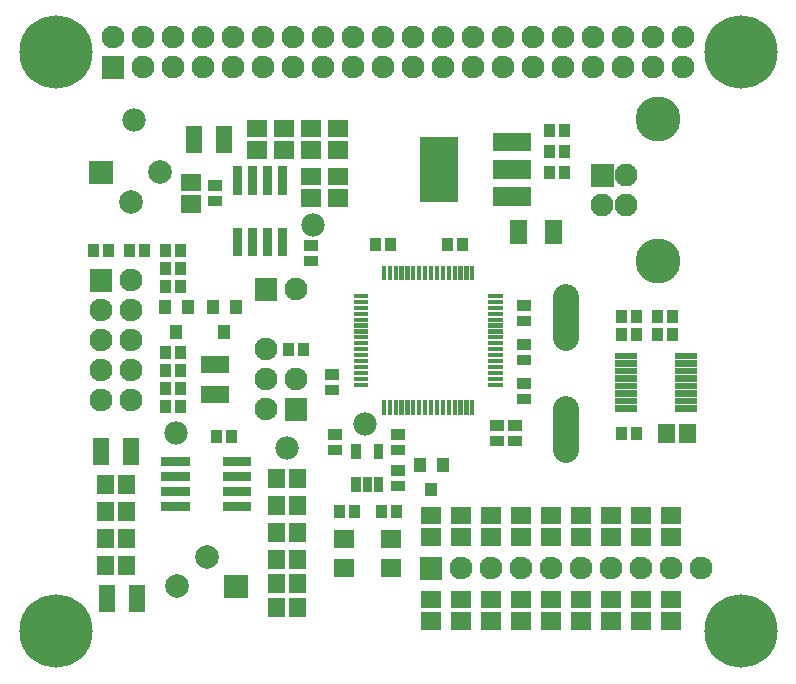
<source format=gbr>
G04 start of page 9 for group -4063 idx -4063 *
G04 Title: MMDVM_pog, componentmask *
G04 Creator: pcb v4.0.0-ga246c150 *
G04 CreationDate: Wed Apr 26 20:29:48 2017 UTC *
G04 For: wojtek *
G04 Format: Gerber/RS-274X *
G04 PCB-Dimensions (mm): 66.29 58.42 *
G04 PCB-Coordinate-Origin: lower left *
%MOMM*%
%FSLAX43Y43*%
%LNTOPMASK*%
%ADD100C,2.203*%
%ADD99C,1.981*%
%ADD98C,6.200*%
%ADD97C,3.800*%
%ADD96C,1.950*%
%ADD95C,2.000*%
%ADD94C,1.930*%
%ADD93C,0.002*%
G54D93*G36*
X34923Y10269D02*Y8339D01*
X36853D01*
Y10269D01*
X34923D01*
G37*
G54D94*X38428Y9304D03*
G54D95*X16878Y10280D03*
G54D93*G36*
X18378Y8780D02*Y6780D01*
X20378D01*
Y8780D01*
X18378D01*
G37*
G54D95*X14378Y7780D03*
G54D94*X40968Y9304D03*
X43508D03*
X46048D03*
X48588D03*
X51128D03*
X53668D03*
X56208D03*
X58748D03*
G54D93*G36*
X6983Y34653D02*Y32723D01*
X8913D01*
Y34653D01*
X6983D01*
G37*
G54D94*X10488Y33688D03*
X7948Y31148D03*
X10488D03*
X7948Y28608D03*
Y26068D03*
Y23528D03*
X10488Y28608D03*
Y26068D03*
Y23528D03*
G54D95*X10448Y40332D03*
G54D93*G36*
X6948Y43832D02*Y41832D01*
X8948D01*
Y43832D01*
X6948D01*
G37*
G54D95*X12948Y42832D03*
G54D93*G36*
X23493Y23731D02*Y21801D01*
X25423D01*
Y23731D01*
X23493D01*
G37*
G54D94*X21918Y22766D03*
X24458Y25306D03*
X21918D03*
Y27846D03*
G54D93*G36*
X20953Y33891D02*Y31961D01*
X22883D01*
Y33891D01*
X20953D01*
G37*
G54D94*X24458Y32926D03*
G54D93*G36*
X49391Y43553D02*Y41603D01*
X51341D01*
Y43553D01*
X49391D01*
G37*
G54D96*X50366Y40078D03*
X52366D03*
G54D97*X55066Y35328D03*
G54D96*X52366Y42578D03*
G54D97*X55066Y47328D03*
G54D93*G36*
X7999Y52687D02*Y50757D01*
X9929D01*
Y52687D01*
X7999D01*
G37*
G54D94*X8964Y54262D03*
X11504Y51722D03*
Y54262D03*
X14044Y51722D03*
Y54262D03*
X16584Y51722D03*
Y54262D03*
X19124Y51722D03*
Y54262D03*
X21664Y51722D03*
X24204D03*
X26744D03*
X21664Y54262D03*
X24204D03*
X26744D03*
X29284D03*
X31824D03*
X34364D03*
X29284Y51722D03*
X31824D03*
X34364D03*
X36904D03*
Y54262D03*
X39444Y51722D03*
X41984D03*
X44524D03*
X39444Y54262D03*
X41984D03*
X44524D03*
X47064D03*
X49604D03*
X52144D03*
X47064Y51722D03*
X49604D03*
X52144D03*
X54684D03*
Y54262D03*
X57224D03*
Y51722D03*
G54D98*X62094Y3992D03*
Y52992D03*
X4094Y3992D03*
Y52992D03*
G54D93*G36*
X19463Y21056D02*X18561D01*
Y19904D01*
X19463D01*
Y21056D01*
G37*
G54D99*X23696Y19464D03*
G54D93*G36*
X18163Y21056D02*X17261D01*
Y19904D01*
X18163D01*
Y21056D01*
G37*
G54D99*X14298Y20734D03*
G54D93*G36*
X13028Y18702D02*Y17940D01*
X15441D01*
Y18702D01*
X13028D01*
G37*
G36*
X8646Y20366D02*X7250D01*
Y18054D01*
X8646D01*
Y20366D01*
G37*
G36*
X11186D02*X9790D01*
Y18054D01*
X11186D01*
Y20366D01*
G37*
G36*
X13028Y17432D02*Y16670D01*
X15441D01*
Y17432D01*
X13028D01*
G37*
G36*
Y16162D02*Y15400D01*
X15441D01*
Y16162D01*
X13028D01*
G37*
G36*
Y14892D02*Y14130D01*
X15441D01*
Y14892D01*
X13028D01*
G37*
G36*
X18235D02*Y14130D01*
X20648D01*
Y14892D01*
X18235D01*
G37*
G36*
Y16162D02*Y15400D01*
X20648D01*
Y16162D01*
X18235D01*
G37*
G36*
Y17432D02*Y16670D01*
X20648D01*
Y17432D01*
X18235D01*
G37*
G36*
Y18702D02*Y17940D01*
X20648D01*
Y18702D01*
X18235D01*
G37*
G36*
X9044Y14956D02*X7592D01*
Y13304D01*
X9044D01*
Y14956D01*
G37*
G36*
X10844D02*X9392D01*
Y13304D01*
X10844D01*
Y14956D01*
G37*
G36*
Y12670D02*X9392D01*
Y11018D01*
X10844D01*
Y12670D01*
G37*
G36*
X9044D02*X7592D01*
Y11018D01*
X9044D01*
Y12670D01*
G37*
G36*
X10844Y17242D02*X9392D01*
Y15590D01*
X10844D01*
Y17242D01*
G37*
G36*
X9044D02*X7592D01*
Y15590D01*
X9044D01*
Y17242D01*
G37*
G36*
X10844Y10384D02*X9392D01*
Y8732D01*
X10844D01*
Y10384D01*
G37*
G36*
X11694Y7920D02*X10298D01*
Y5608D01*
X11694D01*
Y7920D01*
G37*
G36*
X9044Y10384D02*X7592D01*
Y8732D01*
X9044D01*
Y10384D01*
G37*
G36*
X9154Y7920D02*X7758D01*
Y5608D01*
X9154D01*
Y7920D01*
G37*
G36*
X25559Y28422D02*X24657D01*
Y27270D01*
X25559D01*
Y28422D01*
G37*
G36*
X24259D02*X23357D01*
Y27270D01*
X24259D01*
Y28422D01*
G37*
G36*
X29326Y28036D02*Y27680D01*
X30545D01*
Y28036D01*
X29326D01*
G37*
G36*
Y27536D02*Y27180D01*
X30545D01*
Y27536D01*
X29326D01*
G37*
G36*
Y27036D02*Y26680D01*
X30545D01*
Y27036D01*
X29326D01*
G37*
G36*
Y26536D02*Y26180D01*
X30545D01*
Y26536D01*
X29326D01*
G37*
G36*
Y26036D02*Y25680D01*
X30545D01*
Y26036D01*
X29326D01*
G37*
G36*
Y25536D02*Y25180D01*
X30545D01*
Y25536D01*
X29326D01*
G37*
G36*
Y25036D02*Y24680D01*
X30545D01*
Y25036D01*
X29326D01*
G37*
G36*
X26930Y26153D02*Y25251D01*
X28082D01*
Y26153D01*
X26930D01*
G37*
G36*
Y24853D02*Y23951D01*
X28082D01*
Y24853D01*
X26930D01*
G37*
G54D99*X30300Y21496D03*
G54D93*G36*
X29938Y19866D02*X29138D01*
Y18566D01*
X29938D01*
Y19866D01*
G37*
G36*
X31838D02*X31038D01*
Y18566D01*
X31838D01*
Y19866D01*
G37*
G36*
X27184Y19773D02*Y18871D01*
X28336D01*
Y19773D01*
X27184D01*
G37*
G36*
Y21073D02*Y20171D01*
X28336D01*
Y21073D01*
X27184D01*
G37*
G36*
X32062Y23519D02*X31706D01*
Y22300D01*
X32062D01*
Y23519D01*
G37*
G36*
X32562D02*X32206D01*
Y22300D01*
X32562D01*
Y23519D01*
G37*
G36*
X29938Y17066D02*X29138D01*
Y15766D01*
X29938D01*
Y17066D01*
G37*
G36*
X30888D02*X30088D01*
Y15766D01*
X30888D01*
Y17066D01*
G37*
G36*
X31838D02*X31038D01*
Y15766D01*
X31838D01*
Y17066D01*
G37*
G36*
X25322Y17750D02*X23870D01*
Y16098D01*
X25322D01*
Y17750D01*
G37*
G36*
Y15464D02*X23870D01*
Y13812D01*
X25322D01*
Y15464D01*
G37*
G36*
Y10892D02*X23870D01*
Y9240D01*
X25322D01*
Y10892D01*
G37*
G36*
Y6828D02*X23870D01*
Y5176D01*
X25322D01*
Y6828D01*
G37*
G36*
Y8860D02*X23870D01*
Y7208D01*
X25322D01*
Y8860D01*
G37*
G36*
Y13178D02*X23870D01*
Y11526D01*
X25322D01*
Y13178D01*
G37*
G36*
X23522Y17750D02*X22070D01*
Y16098D01*
X23522D01*
Y17750D01*
G37*
G36*
Y15464D02*X22070D01*
Y13812D01*
X23522D01*
Y15464D01*
G37*
G36*
Y10892D02*X22070D01*
Y9240D01*
X23522D01*
Y10892D01*
G37*
G36*
Y6828D02*X22070D01*
Y5176D01*
X23522D01*
Y6828D01*
G37*
G36*
Y8860D02*X22070D01*
Y7208D01*
X23522D01*
Y8860D01*
G37*
G36*
Y13178D02*X22070D01*
Y11526D01*
X23522D01*
Y13178D01*
G37*
G36*
X16444Y24734D02*Y23338D01*
X18756D01*
Y24734D01*
X16444D01*
G37*
G36*
Y27274D02*Y25878D01*
X18756D01*
Y27274D01*
X16444D01*
G37*
G36*
X18895Y29903D02*X17879D01*
Y28735D01*
X18895D01*
Y29903D01*
G37*
G36*
X15145Y23596D02*X14243D01*
Y22444D01*
X15145D01*
Y23596D01*
G37*
G36*
X13845D02*X12943D01*
Y22444D01*
X13845D01*
Y23596D01*
G37*
G36*
Y25120D02*X12943D01*
Y23968D01*
X13845D01*
Y25120D01*
G37*
G36*
X15145D02*X14243D01*
Y23968D01*
X15145D01*
Y25120D01*
G37*
G36*
X13845Y28168D02*X12943D01*
Y27016D01*
X13845D01*
Y28168D01*
G37*
G36*
X15145Y26644D02*X14243D01*
Y25492D01*
X15145D01*
Y26644D01*
G37*
G36*
X13845D02*X12943D01*
Y25492D01*
X13845D01*
Y26644D01*
G37*
G36*
X15145Y28168D02*X14243D01*
Y27016D01*
X15145D01*
Y28168D01*
G37*
G36*
X14831Y29903D02*X13815D01*
Y28735D01*
X14831D01*
Y29903D01*
G37*
G36*
X22616Y47252D02*Y45800D01*
X24268D01*
Y47252D01*
X22616D01*
G37*
G36*
Y45452D02*Y44000D01*
X24268D01*
Y45452D01*
X22616D01*
G37*
G36*
X20330Y47252D02*Y45800D01*
X21982D01*
Y47252D01*
X20330D01*
G37*
G36*
Y45452D02*Y44000D01*
X21982D01*
Y45452D01*
X20330D01*
G37*
G36*
X24902Y41388D02*Y39936D01*
X26554D01*
Y41388D01*
X24902D01*
G37*
G36*
Y43188D02*Y41736D01*
X26554D01*
Y43188D01*
X24902D01*
G37*
G36*
Y47252D02*Y45800D01*
X26554D01*
Y47252D01*
X24902D01*
G37*
G36*
Y45452D02*Y44000D01*
X26554D01*
Y45452D01*
X24902D01*
G37*
G36*
X27188Y47252D02*Y45800D01*
X28840D01*
Y47252D01*
X27188D01*
G37*
G36*
Y45452D02*Y44000D01*
X28840D01*
Y45452D01*
X27188D01*
G37*
G36*
X23696Y43340D02*X22934D01*
Y40927D01*
X23696D01*
Y43340D01*
G37*
G36*
X22426D02*X21664D01*
Y40927D01*
X22426D01*
Y43340D01*
G37*
G36*
X21156D02*X20394D01*
Y40927D01*
X21156D01*
Y43340D01*
G37*
G36*
X19060Y46782D02*X17664D01*
Y44470D01*
X19060D01*
Y46782D01*
G37*
G36*
X16520D02*X15124D01*
Y44470D01*
X16520D01*
Y46782D01*
G37*
G54D99*X10742Y47277D03*
G54D93*G36*
X17024Y40855D02*Y39953D01*
X18176D01*
Y40855D01*
X17024D01*
G37*
G36*
Y42155D02*Y41253D01*
X18176D01*
Y42155D01*
X17024D01*
G37*
G36*
X14742Y42680D02*Y41228D01*
X16394D01*
Y42680D01*
X14742D01*
G37*
G36*
Y40880D02*Y39428D01*
X16394D01*
Y40880D01*
X14742D01*
G37*
G36*
X19886Y38133D02*X19124D01*
Y35720D01*
X19886D01*
Y38133D01*
G37*
G36*
Y43340D02*X19124D01*
Y40927D01*
X19886D01*
Y43340D01*
G37*
G36*
X21156Y38133D02*X20394D01*
Y35720D01*
X21156D01*
Y38133D01*
G37*
G36*
X22426D02*X21664D01*
Y35720D01*
X22426D01*
Y38133D01*
G37*
G36*
X23696D02*X22934D01*
Y35720D01*
X23696D01*
Y38133D01*
G37*
G36*
X27188Y41388D02*Y39936D01*
X28840D01*
Y41388D01*
X27188D01*
G37*
G36*
Y43188D02*Y41736D01*
X28840D01*
Y43188D01*
X27188D01*
G37*
G54D99*X25855Y38387D03*
G54D93*G36*
X25152Y37075D02*Y36173D01*
X26304D01*
Y37075D01*
X25152D01*
G37*
G36*
Y35775D02*Y34873D01*
X26304D01*
Y35775D01*
X25152D01*
G37*
G36*
X13845Y35280D02*X12943D01*
Y34128D01*
X13845D01*
Y35280D01*
G37*
G36*
X7749Y36804D02*X6847D01*
Y35652D01*
X7749D01*
Y36804D01*
G37*
G36*
X9049D02*X8147D01*
Y35652D01*
X9049D01*
Y36804D01*
G37*
G36*
X15145Y35280D02*X14243D01*
Y34128D01*
X15145D01*
Y35280D01*
G37*
G36*
Y33756D02*X14243D01*
Y32604D01*
X15145D01*
Y33756D01*
G37*
G36*
X13841Y31986D02*X12825D01*
Y30818D01*
X13841D01*
Y31986D01*
G37*
G36*
X19886D02*X18870D01*
Y30818D01*
X19886D01*
Y31986D01*
G37*
G36*
X17905D02*X16889D01*
Y30818D01*
X17905D01*
Y31986D01*
G37*
G36*
X15822D02*X14806D01*
Y30818D01*
X15822D01*
Y31986D01*
G37*
G36*
X13845Y33756D02*X12943D01*
Y32604D01*
X13845D01*
Y33756D01*
G37*
G36*
X15145Y36804D02*X14243D01*
Y35652D01*
X15145D01*
Y36804D01*
G37*
G36*
X13845D02*X12943D01*
Y35652D01*
X13845D01*
Y36804D01*
G37*
G36*
X12097D02*X11195D01*
Y35652D01*
X12097D01*
Y36804D01*
G37*
G36*
X10797D02*X9895D01*
Y35652D01*
X10797D01*
Y36804D01*
G37*
G36*
X45222Y5574D02*Y4122D01*
X46874D01*
Y5574D01*
X45222D01*
G37*
G36*
X47762D02*Y4122D01*
X49414D01*
Y5574D01*
X47762D01*
G37*
G36*
X50302D02*Y4122D01*
X51954D01*
Y5574D01*
X50302D01*
G37*
G36*
X52842D02*Y4122D01*
X54494D01*
Y5574D01*
X52842D01*
G37*
G36*
X42682D02*Y4122D01*
X44334D01*
Y5574D01*
X42682D01*
G37*
G36*
X55382D02*Y4122D01*
X57034D01*
Y5574D01*
X55382D01*
G37*
G36*
X45222Y7374D02*Y5922D01*
X46874D01*
Y7374D01*
X45222D01*
G37*
G36*
X47762D02*Y5922D01*
X49414D01*
Y7374D01*
X47762D01*
G37*
G36*
X50302D02*Y5922D01*
X51954D01*
Y7374D01*
X50302D01*
G37*
G36*
X52842D02*Y5922D01*
X54494D01*
Y7374D01*
X52842D01*
G37*
G36*
X42682D02*Y5922D01*
X44334D01*
Y7374D01*
X42682D01*
G37*
G36*
X55382D02*Y5922D01*
X57034D01*
Y7374D01*
X55382D01*
G37*
G36*
Y12686D02*Y11234D01*
X57034D01*
Y12686D01*
X55382D01*
G37*
G36*
X52842D02*Y11234D01*
X54494D01*
Y12686D01*
X52842D01*
G37*
G36*
X55382Y14486D02*Y13034D01*
X57034D01*
Y14486D01*
X55382D01*
G37*
G36*
X52842D02*Y13034D01*
X54494D01*
Y14486D01*
X52842D01*
G37*
G36*
X45222Y12686D02*Y11234D01*
X46874D01*
Y12686D01*
X45222D01*
G37*
G36*
X47762D02*Y11234D01*
X49414D01*
Y12686D01*
X47762D01*
G37*
G36*
X50302D02*Y11234D01*
X51954D01*
Y12686D01*
X50302D01*
G37*
G36*
X42682D02*Y11234D01*
X44334D01*
Y12686D01*
X42682D01*
G37*
G36*
X45222Y14486D02*Y13034D01*
X46874D01*
Y14486D01*
X45222D01*
G37*
G36*
X47762D02*Y13034D01*
X49414D01*
Y14486D01*
X47762D01*
G37*
G36*
X50302D02*Y13034D01*
X51954D01*
Y14486D01*
X50302D01*
G37*
G36*
X42682D02*Y13034D01*
X44334D01*
Y14486D01*
X42682D01*
G37*
G36*
X52453Y21310D02*X51551D01*
Y20158D01*
X52453D01*
Y21310D01*
G37*
G36*
X53753D02*X52851D01*
Y20158D01*
X53753D01*
Y21310D01*
G37*
G36*
X58342Y21560D02*X56890D01*
Y19908D01*
X58342D01*
Y21560D01*
G37*
G36*
X56542D02*X55090D01*
Y19908D01*
X56542D01*
Y21560D01*
G37*
G36*
X56539Y23108D02*Y22551D01*
X58417D01*
Y23108D01*
X56539D01*
G37*
G36*
X42424Y20535D02*Y19633D01*
X43576D01*
Y20535D01*
X42424D01*
G37*
G36*
Y21835D02*Y20933D01*
X43576D01*
Y21835D01*
X42424D01*
G37*
G36*
X43186Y25391D02*Y24489D01*
X44338D01*
Y25391D01*
X43186D01*
G37*
G36*
Y27393D02*Y26491D01*
X44338D01*
Y27393D01*
X43186D01*
G37*
G36*
Y24091D02*Y23189D01*
X44338D01*
Y24091D01*
X43186D01*
G37*
G54D100*X47318Y22814D02*Y19314D01*
G54D93*G36*
X56539Y23743D02*Y23186D01*
X58417D01*
Y23743D01*
X56539D01*
G37*
G36*
Y24378D02*Y23821D01*
X58417D01*
Y24378D01*
X56539D01*
G37*
G36*
Y25013D02*Y24456D01*
X58417D01*
Y25013D01*
X56539D01*
G37*
G36*
Y25648D02*Y25091D01*
X58417D01*
Y25648D01*
X56539D01*
G37*
G36*
Y26283D02*Y25726D01*
X58417D01*
Y26283D01*
X56539D01*
G37*
G36*
Y26918D02*Y26361D01*
X58417D01*
Y26918D01*
X56539D01*
G37*
G36*
Y27553D02*Y26996D01*
X58417D01*
Y27553D01*
X56539D01*
G37*
G36*
X51459D02*Y26996D01*
X53337D01*
Y27553D01*
X51459D01*
G37*
G36*
Y26918D02*Y26361D01*
X53337D01*
Y26918D01*
X51459D01*
G37*
G36*
Y26283D02*Y25726D01*
X53337D01*
Y26283D01*
X51459D01*
G37*
G36*
Y25648D02*Y25091D01*
X53337D01*
Y25648D01*
X51459D01*
G37*
G36*
X53753Y29692D02*X52851D01*
Y28540D01*
X53753D01*
Y29692D01*
G37*
G36*
X52453D02*X51551D01*
Y28540D01*
X52453D01*
Y29692D01*
G37*
G36*
X51459Y25013D02*Y24456D01*
X53337D01*
Y25013D01*
X51459D01*
G37*
G36*
Y24378D02*Y23821D01*
X53337D01*
Y24378D01*
X51459D01*
G37*
G36*
Y23743D02*Y23186D01*
X53337D01*
Y23743D01*
X51459D01*
G37*
G36*
Y23108D02*Y22551D01*
X53337D01*
Y23108D01*
X51459D01*
G37*
G36*
X52453Y31216D02*X51551D01*
Y30064D01*
X52453D01*
Y31216D01*
G37*
G36*
X53753D02*X52851D01*
Y30064D01*
X53753D01*
Y31216D01*
G37*
G36*
X56801D02*X55899D01*
Y30064D01*
X56801D01*
Y31216D01*
G37*
G36*
X55501D02*X54599D01*
Y30064D01*
X55501D01*
Y31216D01*
G37*
G36*
Y29692D02*X54599D01*
Y28540D01*
X55501D01*
Y29692D01*
G37*
G36*
X56801D02*X55899D01*
Y28540D01*
X56801D01*
Y29692D01*
G37*
G36*
X41120Y41587D02*Y40013D01*
X44372D01*
Y41587D01*
X41120D01*
G37*
G36*
X47004Y38778D02*X45552D01*
Y36726D01*
X47004D01*
Y38778D01*
G37*
G36*
X44004D02*X42552D01*
Y36726D01*
X44004D01*
Y38778D01*
G37*
G36*
X47657Y45186D02*X46755D01*
Y44034D01*
X47657D01*
Y45186D01*
G37*
G36*
Y43408D02*X46755D01*
Y42256D01*
X47657D01*
Y43408D01*
G37*
G36*
X40723Y28536D02*Y28180D01*
X41942D01*
Y28536D01*
X40723D01*
G37*
G36*
Y29036D02*Y28680D01*
X41942D01*
Y29036D01*
X40723D01*
G37*
G36*
Y29536D02*Y29180D01*
X41942D01*
Y29536D01*
X40723D01*
G37*
G36*
Y30036D02*Y29680D01*
X41942D01*
Y30036D01*
X40723D01*
G37*
G36*
Y30536D02*Y30180D01*
X41942D01*
Y30536D01*
X40723D01*
G37*
G36*
X43186Y28693D02*Y27791D01*
X44338D01*
Y28693D01*
X43186D01*
G37*
G54D100*X47318Y32314D02*Y28814D01*
G54D93*G36*
X43186Y30695D02*Y29793D01*
X44338D01*
Y30695D01*
X43186D01*
G37*
G36*
Y31995D02*Y31093D01*
X44338D01*
Y31995D01*
X43186D01*
G37*
G36*
X40723Y31036D02*Y30680D01*
X41942D01*
Y31036D01*
X40723D01*
G37*
G36*
Y31536D02*Y31180D01*
X41942D01*
Y31536D01*
X40723D01*
G37*
G36*
Y32036D02*Y31680D01*
X41942D01*
Y32036D01*
X40723D01*
G37*
G36*
Y32536D02*Y32180D01*
X41942D01*
Y32536D01*
X40723D01*
G37*
G36*
X39562Y34916D02*X39206D01*
Y33697D01*
X39562D01*
Y34916D01*
G37*
G36*
X39062D02*X38706D01*
Y33697D01*
X39062D01*
Y34916D01*
G37*
G36*
X38562D02*X38206D01*
Y33697D01*
X38562D01*
Y34916D01*
G37*
G36*
X38062D02*X37706D01*
Y33697D01*
X38062D01*
Y34916D01*
G37*
G36*
X37562D02*X37206D01*
Y33697D01*
X37562D01*
Y34916D01*
G37*
G36*
X37062D02*X36706D01*
Y33697D01*
X37062D01*
Y34916D01*
G37*
G36*
X36562D02*X36206D01*
Y33697D01*
X36562D01*
Y34916D01*
G37*
G36*
X36062D02*X35706D01*
Y33697D01*
X36062D01*
Y34916D01*
G37*
G36*
X35562D02*X35206D01*
Y33697D01*
X35562D01*
Y34916D01*
G37*
G36*
X35062D02*X34706D01*
Y33697D01*
X35062D01*
Y34916D01*
G37*
G36*
X34562D02*X34206D01*
Y33697D01*
X34562D01*
Y34916D01*
G37*
G36*
X39021Y37312D02*X38119D01*
Y36160D01*
X39021D01*
Y37312D01*
G37*
G36*
X37721D02*X36819D01*
Y36160D01*
X37721D01*
Y37312D01*
G37*
G36*
X34062Y34916D02*X33706D01*
Y33697D01*
X34062D01*
Y34916D01*
G37*
G36*
X33562D02*X33206D01*
Y33697D01*
X33562D01*
Y34916D01*
G37*
G36*
X33062D02*X32706D01*
Y33697D01*
X33062D01*
Y34916D01*
G37*
G36*
X32562D02*X32206D01*
Y33697D01*
X32562D01*
Y34916D01*
G37*
G36*
X32062D02*X31706D01*
Y33697D01*
X32062D01*
Y34916D01*
G37*
G36*
X32925Y37312D02*X32023D01*
Y36160D01*
X32925D01*
Y37312D01*
G37*
G36*
X31625D02*X30723D01*
Y36160D01*
X31625D01*
Y37312D01*
G37*
G36*
X29326Y32536D02*Y32180D01*
X30545D01*
Y32536D01*
X29326D01*
G37*
G36*
Y32036D02*Y31680D01*
X30545D01*
Y32036D01*
X29326D01*
G37*
G36*
Y31536D02*Y31180D01*
X30545D01*
Y31536D01*
X29326D01*
G37*
G36*
Y31036D02*Y30680D01*
X30545D01*
Y31036D01*
X29326D01*
G37*
G36*
Y30536D02*Y30180D01*
X30545D01*
Y30536D01*
X29326D01*
G37*
G36*
Y30036D02*Y29680D01*
X30545D01*
Y30036D01*
X29326D01*
G37*
G36*
Y29536D02*Y29180D01*
X30545D01*
Y29536D01*
X29326D01*
G37*
G36*
Y29036D02*Y28680D01*
X30545D01*
Y29036D01*
X29326D01*
G37*
G36*
Y28536D02*Y28180D01*
X30545D01*
Y28536D01*
X29326D01*
G37*
G36*
X38174Y45855D02*X34923D01*
Y40317D01*
X38174D01*
Y45855D01*
G37*
G36*
X47657Y46964D02*X46755D01*
Y45812D01*
X47657D01*
Y46964D01*
G37*
G36*
X46357D02*X45455D01*
Y45812D01*
X46357D01*
Y46964D01*
G37*
G36*
X41120Y43873D02*Y42299D01*
X44372D01*
Y43873D01*
X41120D01*
G37*
G36*
Y46185D02*Y44610D01*
X44372D01*
Y46185D01*
X41120D01*
G37*
G36*
X46357Y45186D02*X45455D01*
Y44034D01*
X46357D01*
Y45186D01*
G37*
G36*
Y43408D02*X45455D01*
Y42256D01*
X46357D01*
Y43408D01*
G37*
G36*
X40142Y5574D02*Y4122D01*
X41794D01*
Y5574D01*
X40142D01*
G37*
G36*
Y7374D02*Y5922D01*
X41794D01*
Y7374D01*
X40142D01*
G37*
G36*
X37602Y5574D02*Y4122D01*
X39254D01*
Y5574D01*
X37602D01*
G37*
G36*
Y7374D02*Y5922D01*
X39254D01*
Y7374D01*
X37602D01*
G37*
G36*
X35062Y5574D02*Y4122D01*
X36714D01*
Y5574D01*
X35062D01*
G37*
G36*
Y7374D02*Y5922D01*
X36714D01*
Y7374D01*
X35062D01*
G37*
G36*
X32133Y14706D02*X31231D01*
Y13554D01*
X32133D01*
Y14706D01*
G37*
G36*
X31672Y10054D02*Y8554D01*
X33372D01*
Y10054D01*
X31672D01*
G37*
G36*
Y12554D02*Y11054D01*
X33372D01*
Y12554D01*
X31672D01*
G37*
G36*
X29877Y14706D02*X28975D01*
Y13554D01*
X29877D01*
Y14706D01*
G37*
G36*
X28577D02*X27675D01*
Y13554D01*
X28577D01*
Y14706D01*
G37*
G36*
X27672Y10054D02*Y8554D01*
X29372D01*
Y10054D01*
X27672D01*
G37*
G36*
Y12554D02*Y11054D01*
X29372D01*
Y12554D01*
X27672D01*
G37*
G36*
X37602Y12686D02*Y11234D01*
X39254D01*
Y12686D01*
X37602D01*
G37*
G36*
Y14486D02*Y13034D01*
X39254D01*
Y14486D01*
X37602D01*
G37*
G36*
X35062Y12686D02*Y11234D01*
X36714D01*
Y12686D01*
X35062D01*
G37*
G36*
Y14486D02*Y13034D01*
X36714D01*
Y14486D01*
X35062D01*
G37*
G36*
X40142Y12686D02*Y11234D01*
X41794D01*
Y12686D01*
X40142D01*
G37*
G36*
Y14486D02*Y13034D01*
X41794D01*
Y14486D01*
X40142D01*
G37*
G36*
X32518Y16725D02*Y15823D01*
X33670D01*
Y16725D01*
X32518D01*
G37*
G36*
Y18025D02*Y17123D01*
X33670D01*
Y18025D01*
X32518D01*
G37*
G36*
X37412Y18651D02*X36396D01*
Y17483D01*
X37412D01*
Y18651D01*
G37*
G36*
X35431D02*X34415D01*
Y17483D01*
X35431D01*
Y18651D01*
G37*
G36*
X36421Y16568D02*X35405D01*
Y15400D01*
X36421D01*
Y16568D01*
G37*
G36*
X33433Y14706D02*X32531D01*
Y13554D01*
X33433D01*
Y14706D01*
G37*
G36*
X32518Y19773D02*Y18871D01*
X33670D01*
Y19773D01*
X32518D01*
G37*
G36*
X40723Y25036D02*Y24680D01*
X41942D01*
Y25036D01*
X40723D01*
G37*
G36*
Y25536D02*Y25180D01*
X41942D01*
Y25536D01*
X40723D01*
G37*
G36*
Y26036D02*Y25680D01*
X41942D01*
Y26036D01*
X40723D01*
G37*
G36*
Y26536D02*Y26180D01*
X41942D01*
Y26536D01*
X40723D01*
G37*
G36*
Y27036D02*Y26680D01*
X41942D01*
Y27036D01*
X40723D01*
G37*
G36*
Y27536D02*Y27180D01*
X41942D01*
Y27536D01*
X40723D01*
G37*
G36*
Y28036D02*Y27680D01*
X41942D01*
Y28036D01*
X40723D01*
G37*
G36*
X40900Y20535D02*Y19633D01*
X42052D01*
Y20535D01*
X40900D01*
G37*
G36*
Y21835D02*Y20933D01*
X42052D01*
Y21835D01*
X40900D01*
G37*
G36*
X33062Y23519D02*X32706D01*
Y22300D01*
X33062D01*
Y23519D01*
G37*
G36*
X33562D02*X33206D01*
Y22300D01*
X33562D01*
Y23519D01*
G37*
G36*
X34062D02*X33706D01*
Y22300D01*
X34062D01*
Y23519D01*
G37*
G36*
X34562D02*X34206D01*
Y22300D01*
X34562D01*
Y23519D01*
G37*
G36*
X32518Y21073D02*Y20171D01*
X33670D01*
Y21073D01*
X32518D01*
G37*
G36*
X35062Y23519D02*X34706D01*
Y22300D01*
X35062D01*
Y23519D01*
G37*
G36*
X35562D02*X35206D01*
Y22300D01*
X35562D01*
Y23519D01*
G37*
G36*
X36062D02*X35706D01*
Y22300D01*
X36062D01*
Y23519D01*
G37*
G36*
X36562D02*X36206D01*
Y22300D01*
X36562D01*
Y23519D01*
G37*
G36*
X37062D02*X36706D01*
Y22300D01*
X37062D01*
Y23519D01*
G37*
G36*
X37562D02*X37206D01*
Y22300D01*
X37562D01*
Y23519D01*
G37*
G36*
X38062D02*X37706D01*
Y22300D01*
X38062D01*
Y23519D01*
G37*
G36*
X38562D02*X38206D01*
Y22300D01*
X38562D01*
Y23519D01*
G37*
G36*
X39062D02*X38706D01*
Y22300D01*
X39062D01*
Y23519D01*
G37*
G36*
X39562D02*X39206D01*
Y22300D01*
X39562D01*
Y23519D01*
G37*
M02*

</source>
